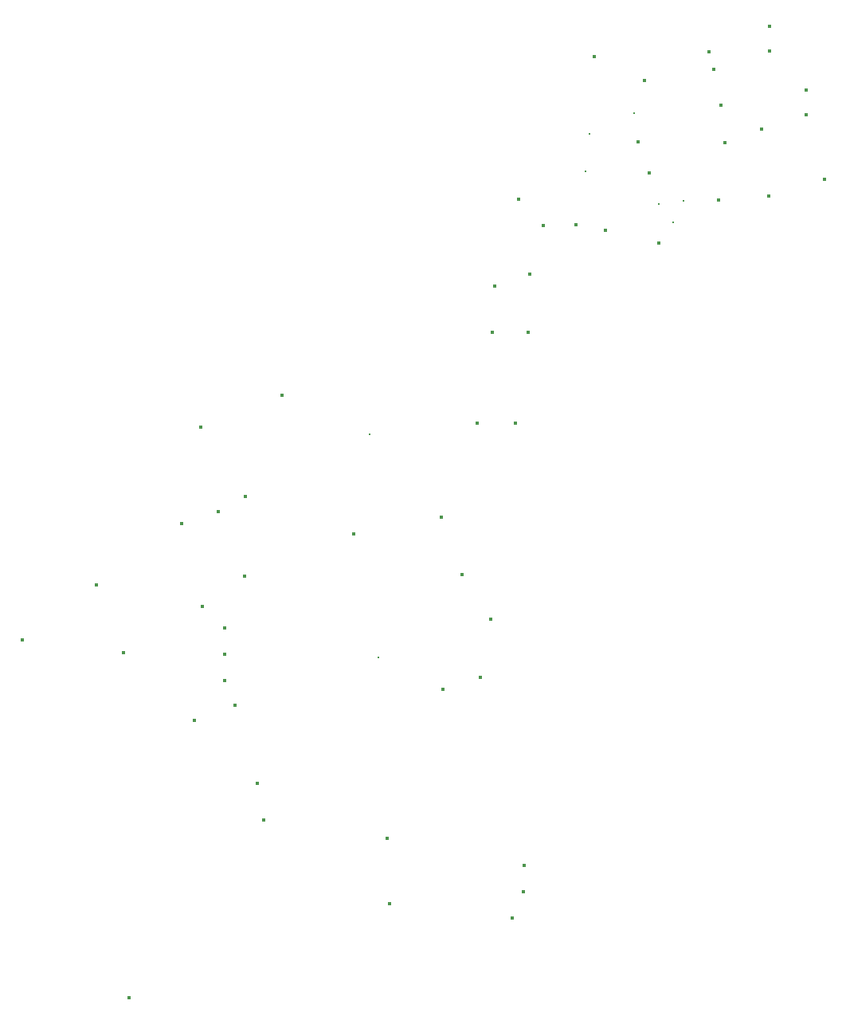
<source format=gbp>
G04 Layer_Color=128*
%FSLAX25Y25*%
%MOIN*%
G70*
G01*
G75*
%ADD121C,0.01575*%
%ADD123C,0.00787*%
%ADD184C,0.01181*%
D121*
X230416Y323032D02*
D03*
X260226Y561859D02*
D03*
X392115Y563434D02*
D03*
X278533Y499358D02*
D03*
X382385Y601279D02*
D03*
X397936Y625591D02*
D03*
X383369Y620669D02*
D03*
X397247Y601279D02*
D03*
X294295Y574902D02*
D03*
X403546Y646161D02*
D03*
X393409Y657185D02*
D03*
X429629Y643946D02*
D03*
X216525Y495619D02*
D03*
X185521Y472686D02*
D03*
X390653Y356299D02*
D03*
X395180Y367421D02*
D03*
X395672Y378445D02*
D03*
X338291Y389567D02*
D03*
X339373Y362500D02*
D03*
X498428Y729430D02*
D03*
X473133Y718800D02*
D03*
X513685Y692272D02*
D03*
X513586Y702705D02*
D03*
X494983Y686516D02*
D03*
X497838Y658512D02*
D03*
X477937Y696505D02*
D03*
X477071Y656642D02*
D03*
X447838Y668060D02*
D03*
X417326Y646260D02*
D03*
X445968Y706595D02*
D03*
X424807Y716682D02*
D03*
X443409Y681052D02*
D03*
X475102Y711367D02*
D03*
X361505Y452016D02*
D03*
X360816Y524063D02*
D03*
X270265Y477606D02*
D03*
Y455559D02*
D03*
X267706Y526524D02*
D03*
X377254Y457134D02*
D03*
X274694Y445323D02*
D03*
X284045Y412842D02*
D03*
X369773Y500047D02*
D03*
X381683Y481248D02*
D03*
X375974Y563236D02*
D03*
X324301Y517173D02*
D03*
X260915Y486661D02*
D03*
X270265Y466583D02*
D03*
X278926Y532823D02*
D03*
X252352Y521405D02*
D03*
X257666Y439123D02*
D03*
X227942Y467468D02*
D03*
X286761Y397370D02*
D03*
X498428Y718899D02*
D03*
X521165Y665304D02*
D03*
X479531Y680757D02*
D03*
X452070Y638779D02*
D03*
D123*
X331092Y558611D02*
D03*
X452071Y655166D02*
D03*
X421362Y668552D02*
D03*
X423035Y684398D02*
D03*
X441539Y693158D02*
D03*
X334537Y465501D02*
D03*
X457877Y647342D02*
D03*
D184*
X462405Y656299D02*
D03*
M02*

</source>
